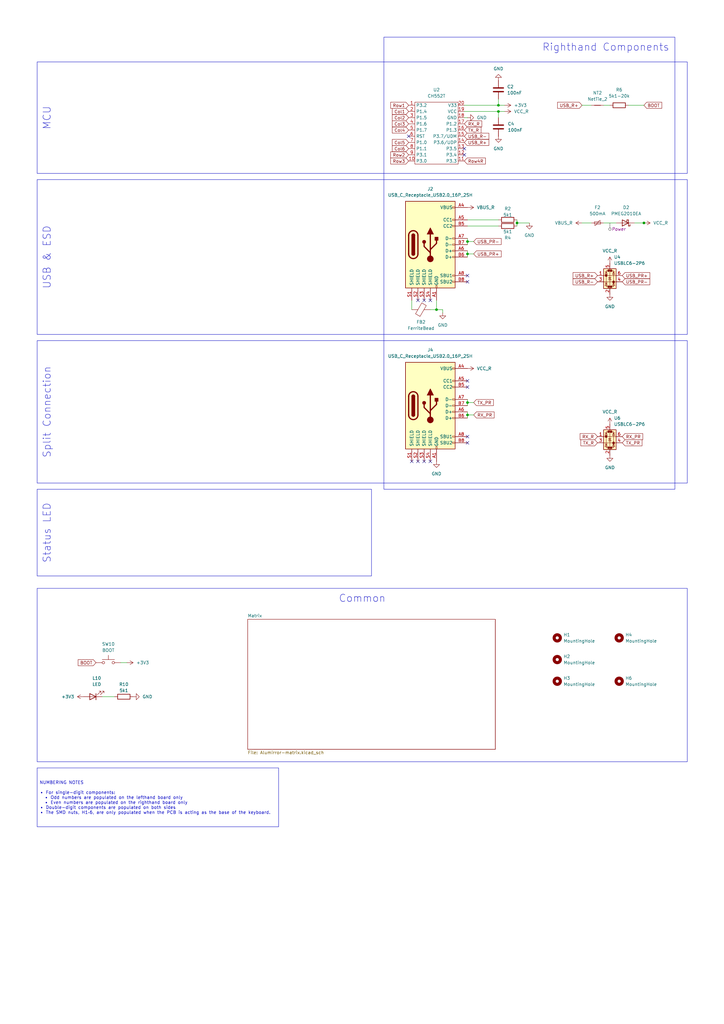
<source format=kicad_sch>
(kicad_sch (version 20231120) (generator "eeschema") (generator_version "8.0")
  (paper "A3" portrait)
  (title_block (title "Alumirror ") (rev "0.1") (company "bgkendall") (comment 1 "Split one-layer reversible keyboard PCB"))
  (lib_symbols
    (symbol "Device:C" (pin_numbers hide) (pin_names (offset 0.254))
      (property "Reference" "C" (at 0.635 2.54 0))
      (property "Value" "C" (at 0.635 -2.54 0))
      (symbol "C_0_1"
        (polyline (pts (xy -2.032 -0.762) (xy 2.032 -0.762)) (stroke (width 0.508)))
        (polyline (pts (xy -2.032 0.762) (xy 2.032 0.762)) (stroke (width 0.508)))
      )
      (symbol "C_1_1"
        (pin passive line (at 0 3.81 270) (length 2.794) (name "~") (number "1"))
        (pin passive line (at 0 -3.81 90) (length 2.794) (name "~") (number "2"))
      )
    )
    (symbol "Device:D_Schottky" (pin_numbers hide) (pin_names (offset 1.016) hide)
      (property "Reference" "D" (at 0 2.54 0))
      (property "Value" "D_Schottky" (at 0 -2.54 0))
      (symbol "D_Schottky_0_1"
        (polyline (pts (xy 1.27 0) (xy -1.27 0)))
        (polyline (pts (xy 1.27 1.27) (xy 1.27 -1.27) (xy -1.27 0) (xy 1.27 1.27)) (stroke (width 0.254)))
        (polyline (pts (xy -1.905 0.635) (xy -1.905 1.27) (xy -1.27 1.27) (xy -1.27 -1.27) (xy -0.635 -1.27) (xy -0.635 -0.635)) (stroke (width 0.254)))
      )
      (symbol "D_Schottky_1_1"
        (pin passive line (at -3.81 0 0) (length 2.54) (name "K") (number "1"))
        (pin passive line (at 3.81 0 180) (length 2.54) (name "A") (number "2"))
      )
    )
    (symbol "Device:FerriteBead" (pin_numbers hide) (pin_names (offset 0))
      (property "Reference" "FB" (at -3.81 0.635 90))
      (property "Value" "FerriteBead" (at 3.81 0 90))
      (symbol "FerriteBead_0_1"
        (polyline (pts (xy 0 -1.27) (xy 0 -1.2192)))
        (polyline (pts (xy 0 1.27) (xy 0 1.2954)))
        (polyline (pts (xy -2.7686 0.4064) (xy -1.7018 2.2606) (xy 2.7686 -0.3048) (xy 1.6764 -2.159) (xy -2.7686 0.4064)))
      )
      (symbol "FerriteBead_1_1"
        (pin passive line (at 0 3.81 270) (length 2.54) (name "~") (number "1"))
        (pin passive line (at 0 -3.81 90) (length 2.54) (name "~") (number "2"))
      )
    )
    (symbol "Device:LED" (pin_numbers hide) (pin_names (offset 1.016) hide)
      (property "Reference" "D" (at 0 2.54 0))
      (property "Value" "LED" (at 0 -2.54 0))
      (symbol "LED_0_1"
        (polyline (pts (xy -1.27 -1.27) (xy -1.27 1.27)) (stroke (width 0.254)))
        (polyline (pts (xy -1.27 0) (xy 1.27 0)))
        (polyline (pts (xy 1.27 -1.27) (xy 1.27 1.27) (xy -1.27 0) (xy 1.27 -1.27)) (stroke (width 0.254)))
        (polyline (pts (xy -3.048 -0.762) (xy -4.572 -2.286) (xy -3.81 -2.286) (xy -4.572 -2.286) (xy -4.572 -1.524)))
        (polyline (pts (xy -1.778 -0.762) (xy -3.302 -2.286) (xy -2.54 -2.286) (xy -3.302 -2.286) (xy -3.302 -1.524)))
      )
      (symbol "LED_1_1"
        (pin passive line (at -3.81 0 0) (length 2.54) (name "K") (number "1"))
        (pin passive line (at 3.81 0 180) (length 2.54) (name "A") (number "2"))
      )
    )
    (symbol "Device:NetTie_2" (pin_numbers hide) (pin_names (offset 0) hide) (in_bom no)
      (property "Reference" "NT" (at 0 1.27 0))
      (property "Value" "NetTie_2" (at 0 -1.27 0))
      (symbol "NetTie_2_0_1"
        (polyline (pts (xy -1.27 0) (xy 1.27 0)) (stroke (width 0.254)))
      )
      (symbol "NetTie_2_1_1"
        (pin passive line (at -2.54 0 0) (length 2.54) (name "1") (number "1"))
        (pin passive line (at 2.54 0 180) (length 2.54) (name "2") (number "2"))
      )
    )
    (symbol "Device:Polyfuse_Small" (pin_numbers hide) (pin_names (offset 0))
      (property "Reference" "F" (at -1.905 0 90))
      (property "Value" "Polyfuse_Small" (at 1.905 0 90))
      (symbol "Polyfuse_Small_0_1"
        (rectangle (start -0.508 1.27) (end 0.508 -1.27))
        (polyline (pts (xy 0 2.54) (xy 0 -2.54)))
        (polyline (pts (xy -1.016 1.27) (xy -1.016 0.762) (xy 1.016 -0.762) (xy 1.016 -1.27)))
      )
      (symbol "Polyfuse_Small_1_1"
        (pin passive line (at 0 2.54 270) (length 0.635) (name "~") (number "1"))
        (pin passive line (at 0 -2.54 90) (length 0.635) (name "~") (number "2"))
      )
    )
    (symbol "Device:R" (pin_numbers hide) (pin_names (offset 0))
      (property "Reference" "R" (at 2.032 0 90))
      (property "Value" "R" (at 0 0 90))
      (symbol "R_0_1"
        (rectangle (start -1.016 -2.54) (end 1.016 2.54) (stroke (width 0.254)))
      )
      (symbol "R_1_1"
        (pin passive line (at 0 3.81 270) (length 1.27) (name "~") (number "1"))
        (pin passive line (at 0 -3.81 90) (length 1.27) (name "~") (number "2"))
      )
    )
    (symbol "Mechanical:MountingHole" (pin_names (offset 1.016)) (exclude_from_sim yes) (in_bom no)
      (property "Reference" "H" (at 0 5.08 0))
      (property "Value" "MountingHole" (at 0 3.175 0))
      (symbol "MountingHole_0_1"
        (circle (center 0 0) (radius 1.27) (stroke (width 1.27)))
      )
    )
    (symbol "Power_Protection:USBLC6-2P6" (pin_names hide)
      (property "Reference" "U" (at 0.635 5.715 0))
      (property "Value" "USBLC6-2P6" (at 0.635 3.81 0))
      (symbol "USBLC6-2P6_0_0"
        (circle (center -1.524 0) (radius 0.0001) (stroke (width 0.508)))
        (circle (center -0.508 -4.572) (radius 0.0001) (stroke (width 0.508)))
        (circle (center -0.508 2.032) (radius 0.0001) (stroke (width 0.508)))
        (circle (center 0.508 -4.572) (radius 0.0001) (stroke (width 0.508)))
        (circle (center 0.508 2.032) (radius 0.0001) (stroke (width 0.508)))
        (circle (center 1.524 -2.54) (radius 0.0001) (stroke (width 0.508)))
      )
      (symbol "USBLC6-2P6_0_1"
        (polyline (pts (xy -2.54 -2.54) (xy 2.54 -2.54)))
        (polyline (pts (xy -2.54 0) (xy 2.54 0)))
        (polyline (pts (xy -2.032 -3.048) (xy -1.016 -3.048)))
        (polyline (pts (xy -1.016 1.524) (xy -2.032 1.524)))
        (polyline (pts (xy 1.016 -3.048) (xy 2.032 -3.048)))
        (polyline (pts (xy 1.016 1.524) (xy 2.032 1.524)))
        (polyline (pts (xy -0.508 -1.143) (xy -0.508 -0.762) (xy 0.508 -0.762)))
        (polyline (pts (xy -2.032 0.508) (xy -1.016 0.508) (xy -1.524 1.524) (xy -2.032 0.508)))
        (polyline (pts (xy -1.016 -4.064) (xy -2.032 -4.064) (xy -1.524 -3.048) (xy -1.016 -4.064)))
        (polyline (pts (xy 0.508 -1.778) (xy -0.508 -1.778) (xy 0 -0.762) (xy 0.508 -1.778)))
        (polyline (pts (xy 2.032 -4.064) (xy 1.016 -4.064) (xy 1.524 -3.048) (xy 2.032 -4.064)))
        (polyline (pts (xy 2.032 0.508) (xy 1.016 0.508) (xy 1.524 1.524) (xy 2.032 0.508)))
        (polyline (pts (xy 0 2.54) (xy -0.508 2.032) (xy 0.508 2.032) (xy 0 1.524) (xy 0 -4.064) (xy -0.508 -4.572) (xy 0.508 -4.572) (xy 0 -5.08)))
      )
      (symbol "USBLC6-2P6_1_1"
        (rectangle (start -2.54 2.794) (end 2.54 -5.334) (stroke (width 0.254)) (fill (type background)))
        (polyline (pts (xy -0.508 2.032) (xy -1.524 2.032) (xy -1.524 -4.572) (xy -0.508 -4.572)))
        (polyline (pts (xy 0.508 -4.572) (xy 1.524 -4.572) (xy 1.524 2.032) (xy 0.508 2.032)))
        (pin passive line (at -5.08 0 0) (length 2.54) (name "I/O1") (number "1"))
        (pin passive line (at 0 -7.62 90) (length 2.54) (name "GND") (number "2"))
        (pin passive line (at -5.08 -2.54 0) (length 2.54) (name "I/O2") (number "3"))
        (pin passive line (at 5.08 -2.54 180) (length 2.54) (name "I/O2") (number "4"))
        (pin passive line (at 0 5.08 270) (length 2.54) (name "VBUS") (number "5"))
        (pin passive line (at 5.08 0 180) (length 2.54) (name "I/O1") (number "6"))
      )
    )
    (symbol "Project Library:MCU_CH552T_TSSOP-20"
      (property "Reference" "U1" (at 0.254 13.97 0))
      (property "Value" "CH552T" (at 0.254 11.43 0))
      (symbol "MCU_CH552T_TSSOP-20_0_1"
        (rectangle (start -8.89 10.16) (end 8.89 -15.24))
      )
      (symbol "MCU_CH552T_TSSOP-20_1_1"
        (pin input line (at -11.43 8.89 0) (length 2.54) (name "P3.2") (number "1"))
        (pin input line (at -11.43 -13.97 0) (length 2.54) (name "P3.0") (number "10"))
        (pin input line (at 11.43 -13.97 180) (length 2.54) (name "P3.3") (number "11"))
        (pin input line (at 11.43 -11.43 180) (length 2.54) (name "P3.4") (number "12"))
        (pin input line (at 11.43 -8.89 180) (length 2.54) (name "P3.5") (number "13"))
        (pin input line (at 11.43 -6.35 180) (length 2.54) (name "P3.6/UDP") (number "14"))
        (pin input line (at 11.43 -3.81 180) (length 2.54) (name "P3.7/UDM") (number "15"))
        (pin input line (at 11.43 -1.27 180) (length 2.54) (name "P1.3") (number "16"))
        (pin input line (at 11.43 1.27 180) (length 2.54) (name "P1.2") (number "17"))
        (pin input line (at 11.43 3.81 180) (length 2.54) (name "GND") (number "18"))
        (pin input line (at 11.43 6.35 180) (length 2.54) (name "VCC") (number "19"))
        (pin input line (at -11.43 6.35 0) (length 2.54) (name "P1.4") (number "2"))
        (pin input line (at 11.43 8.89 180) (length 2.54) (name "V33") (number "20"))
        (pin input line (at -11.43 3.81 0) (length 2.54) (name "P1.5") (number "3"))
        (pin input line (at -11.43 1.27 0) (length 2.54) (name "P1.6") (number "4"))
        (pin input line (at -11.43 -1.27 0) (length 2.54) (name "P1.7") (number "5"))
        (pin input line (at -11.43 -3.81 0) (length 2.54) (name "RST") (number "6"))
        (pin input line (at -11.43 -6.35 0) (length 2.54) (name "P1.0") (number "7"))
        (pin input line (at -11.43 -8.89 0) (length 2.54) (name "P1.1") (number "8"))
        (pin input line (at -11.43 -11.43 0) (length 2.54) (name "P3.1") (number "9"))
      )
    )
    (symbol "Project Library:USB_C_Receptacle_USB2.0_16P_2SH" (pin_names (offset 1.016))
      (property "Reference" "J" (at 0 22.225 0))
      (property "Value" "USB_C_Receptacle_USB2.0_16P_2SH" (at 0 19.685 0))
      (symbol "USB_C_Receptacle_USB2.0_16P_2SH_0_0"
        (rectangle (start 2.286 -17.78) (end 2.794 -16.764))
        (rectangle (start 10.16 -14.986) (end 9.144 -15.494))
        (rectangle (start 10.16 -12.446) (end 9.144 -12.954))
        (rectangle (start 10.16 -4.826) (end 9.144 -5.334))
        (rectangle (start 10.16 -2.286) (end 9.144 -2.794))
        (rectangle (start 10.16 0.254) (end 9.144 -0.254))
        (rectangle (start 10.16 2.794) (end 9.144 2.286))
        (rectangle (start 10.16 7.874) (end 9.144 7.366))
        (rectangle (start 10.16 10.414) (end 9.144 9.906))
        (rectangle (start 10.16 15.494) (end 9.144 14.986))
      )
      (symbol "USB_C_Receptacle_USB2.0_16P_2SH_0_1"
        (rectangle (start -10.16 17.78) (end 10.16 -17.78) (stroke (width 0.254)) (fill (type background)))
        (arc (start -8.89 -3.81) (mid -6.985 -5.7067) (end -5.08 -3.81) (stroke (width 0.508)))
        (arc (start -7.62 -3.81) (mid -6.985 -4.4423) (end -6.35 -3.81) (stroke (width 0.254)))
        (arc (start -7.62 -3.81) (mid -6.985 -4.4423) (end -6.35 -3.81) (stroke (width 0.254)) (fill (type outline)))
        (rectangle (start -7.62 -3.81) (end -6.35 3.81) (stroke (width 0.254)) (fill (type outline)))
        (arc (start -6.35 3.81) (mid -6.985 4.4423) (end -7.62 3.81) (stroke (width 0.254)))
        (arc (start -6.35 3.81) (mid -6.985 4.4423) (end -7.62 3.81) (stroke (width 0.254)) (fill (type outline)))
        (arc (start -5.08 3.81) (mid -6.985 5.7067) (end -8.89 3.81) (stroke (width 0.508)))
        (circle (center -2.54 1.143) (radius 0.635) (stroke (width 0.254)) (fill (type outline)))
        (circle (center 0 -5.842) (radius 1.27) (fill (type outline)))
        (polyline (pts (xy -8.89 -3.81) (xy -8.89 3.81)) (stroke (width 0.508)))
        (polyline (pts (xy -5.08 3.81) (xy -5.08 -3.81)) (stroke (width 0.508)))
        (polyline (pts (xy 0 -5.842) (xy 0 4.318)) (stroke (width 0.508)))
        (polyline (pts (xy 0 -3.302) (xy -2.54 -0.762) (xy -2.54 0.508)) (stroke (width 0.508)))
        (polyline (pts (xy 0 -2.032) (xy 2.54 0.508) (xy 2.54 1.778)) (stroke (width 0.508)))
        (polyline (pts (xy -1.27 4.318) (xy 0 6.858) (xy 1.27 4.318) (xy -1.27 4.318)) (stroke (width 0.254)) (fill (type outline)))
        (rectangle (start 1.905 1.778) (end 3.175 3.048) (stroke (width 0.254)) (fill (type outline)))
      )
      (symbol "USB_C_Receptacle_USB2.0_16P_2SH_1_1"
        (pin passive line (at 2.54 -22.86 90) (length 5.08) (name "GND") (number "A1"))
        (pin passive line (at 2.54 -22.86 90) (length 5.08) hide (name "GND") (number "A12"))
        (pin passive line (at 15.24 15.24 180) (length 5.08) (name "VBUS") (number "A4"))
        (pin bidirectional line (at 15.24 10.16 180) (length 5.08) (name "CC1") (number "A5"))
        (pin bidirectional line (at 15.24 -2.54 180) (length 5.08) (name "D+") (number "A6"))
        (pin bidirectional line (at 15.24 2.54 180) (length 5.08) (name "D-") (number "A7"))
        (pin bidirectional line (at 15.24 -12.7 180) (length 5.08) (name "SBU1") (number "A8"))
        (pin passive line (at 15.24 15.24 180) (length 5.08) hide (name "VBUS") (number "A9"))
        (pin passive line (at 2.54 -22.86 90) (length 5.08) hide (name "GND") (number "B1"))
        (pin passive line (at 2.54 -22.86 90) (length 5.08) hide (name "GND") (number "B12"))
        (pin passive line (at 15.24 15.24 180) (length 5.08) hide (name "VBUS") (number "B4"))
        (pin bidirectional line (at 15.24 7.62 180) (length 5.08) (name "CC2") (number "B5"))
        (pin bidirectional line (at 15.24 -5.08 180) (length 5.08) (name "D+") (number "B6"))
        (pin bidirectional line (at 15.24 0 180) (length 5.08) (name "D-") (number "B7"))
        (pin bidirectional line (at 15.24 -15.24 180) (length 5.08) (name "SBU2") (number "B8"))
        (pin passive line (at 15.24 15.24 180) (length 5.08) hide (name "VBUS") (number "B9"))
        (pin passive line (at -7.62 -22.86 90) (length 5.08) (name "SHIELD") (number "S1"))
        (pin passive line (at -5.08 -22.86 90) (length 5.08) (name "SHIELD") (number "S2"))
        (pin passive line (at -2.54 -22.86 90) (length 5.08) (name "SHIELD") (number "S3"))
        (pin passive line (at 0 -22.86 90) (length 5.08) (name "SHIELD") (number "S4"))
      )
    )
    (symbol "Switch:SW_Push" (pin_numbers hide) (pin_names (offset 1.016) hide)
      (property "Reference" "SW" (at 1.27 2.54 0))
      (property "Value" "SW_Push" (at 0 -1.524 0))
      (symbol "SW_Push_0_1"
        (circle (center -2.032 0) (radius 0.508))
        (polyline (pts (xy 0 1.27) (xy 0 3.048)))
        (polyline (pts (xy 2.54 1.27) (xy -2.54 1.27)))
        (circle (center 2.032 0) (radius 0.508))
        (pin passive line (at -5.08 0 0) (length 2.54) (name "1") (number "1"))
        (pin passive line (at 5.08 0 180) (length 2.54) (name "2") (number "2"))
      )
    )
    (symbol "power:+3V3" (power) (pin_names (offset 0))
      (property "Value" "+3V3" (at 0 3.556 0))
      (symbol "+3V3_0_1"
        (polyline (pts (xy -0.762 1.27) (xy 0 2.54)))
        (polyline (pts (xy 0 0) (xy 0 2.54)))
        (polyline (pts (xy 0 2.54) (xy 0.762 1.27)))
      )
      (symbol "+3V3_1_1"
        (pin power_in line (at 0 0 90) (length 0) hide (name "+3V3") (number "1"))
      )
    )
    (symbol "power:GND" (power) (pin_numbers hide) (pin_names (offset 0) hide)
      (property "Value" "GND" (at 0 -3.81 0))
      (symbol "GND_0_1"
        (polyline (pts (xy 0 0) (xy 0 -1.27) (xy 1.27 -1.27) (xy 0 -2.54) (xy -1.27 -1.27) (xy 0 -1.27)))
      )
      (symbol "GND_1_1"
        (pin power_in line (at 0 0 270) (length 0) (name "~") (number "1"))
      )
    )
    (symbol "power:VBUS" (power) (pin_names (offset 0))
      (property "Value" "VBUS" (at 0 3.81 0))
      (symbol "VBUS_0_1"
        (polyline (pts (xy -0.762 1.27) (xy 0 2.54)))
        (polyline (pts (xy 0 0) (xy 0 2.54)))
        (polyline (pts (xy 0 2.54) (xy 0.762 1.27)))
      )
      (symbol "VBUS_1_1"
        (pin power_in line (at 0 0 90) (length 0) hide (name "VBUS") (number "1"))
      )
    )
    (symbol "power:VCC" (power) (pin_names (offset 0))
      (property "Value" "VCC" (at 0 3.81 0))
      (symbol "VCC_0_1"
        (polyline (pts (xy -0.762 1.27) (xy 0 2.54)))
        (polyline (pts (xy 0 0) (xy 0 2.54)))
        (polyline (pts (xy 0 2.54) (xy 0.762 1.27)))
      )
      (symbol "VCC_1_1"
        (pin power_in line (at 0 0 90) (length 0) hide (name "VCC") (number "1"))
      )
    )
  )
  (junction (at 179.07 127))
  (junction (at 191.77 170.18))
  (junction (at 264.16 91.44))
  (junction (at 204.47 45.72))
  (junction (at 191.77 104.14))
  (junction (at 204.47 43.18))
  (junction (at 212.09 91.44))
  (junction (at 191.77 165.1))
  (junction (at 191.77 99.06))
  (no_connect (at 190.5 60.96))
  (no_connect (at 173.99 189.23))
  (no_connect (at 168.91 189.23))
  (no_connect (at 176.53 123.19))
  (no_connect (at 171.45 189.23))
  (no_connect (at 191.77 181.61))
  (no_connect (at 191.77 158.75))
  (no_connect (at 167.64 55.88))
  (no_connect (at 176.53 189.23))
  (no_connect (at 190.5 63.5))
  (no_connect (at 191.77 156.21))
  (no_connect (at 171.45 123.19))
  (no_connect (at 191.77 115.57))
  (no_connect (at 191.77 179.07))
  (no_connect (at 191.77 113.03))
  (no_connect (at 173.99 123.19))
  (wire (pts (xy 204.47 45.72) (xy 207.01 45.72)))
  (wire (pts (xy 204.47 92.71) (xy 191.77 92.71)))
  (wire (pts (xy 191.77 170.18) (xy 191.77 171.45)))
  (wire (pts (xy 191.77 163.83) (xy 191.77 165.1)))
  (wire (pts (xy 194.31 170.18) (xy 191.77 170.18)))
  (wire (pts (xy 217.17 91.44) (xy 212.09 91.44)))
  (wire (pts (xy 181.61 127) (xy 179.07 127)))
  (wire (pts (xy 247.65 91.44) (xy 252.73 91.44)))
  (wire (pts (xy 52.07 271.78) (xy 49.53 271.78)))
  (wire (pts (xy 190.5 45.72) (xy 204.47 45.72)))
  (wire (pts (xy 168.91 127) (xy 168.91 123.19)))
  (wire (pts (xy 264.16 43.18) (xy 257.81 43.18)))
  (wire (pts (xy 212.09 91.44) (xy 212.09 92.71)))
  (wire (pts (xy 190.5 48.26) (xy 191.77 48.26)))
  (wire (pts (xy 204.47 43.18) (xy 207.01 43.18)))
  (wire (pts (xy 194.31 99.06) (xy 191.77 99.06)))
  (wire (pts (xy 179.07 127) (xy 176.53 127)))
  (wire (pts (xy 238.76 43.18) (xy 242.57 43.18)))
  (wire (pts (xy 191.77 168.91) (xy 191.77 170.18)))
  (wire (pts (xy 204.47 48.26) (xy 204.47 45.72)))
  (wire (pts (xy 204.47 40.64) (xy 204.47 43.18)))
  (wire (pts (xy 190.5 43.18) (xy 204.47 43.18)))
  (wire (pts (xy 41.91 285.75) (xy 46.99 285.75)))
  (wire (pts (xy 191.77 102.87) (xy 191.77 104.14)))
  (wire (pts (xy 204.47 90.17) (xy 191.77 90.17)))
  (wire (pts (xy 194.31 104.14) (xy 191.77 104.14)))
  (wire (pts (xy 260.35 91.44) (xy 264.16 91.44)))
  (wire (pts (xy 247.65 43.18) (xy 250.19 43.18)))
  (wire (pts (xy 191.77 104.14) (xy 191.77 105.41)))
  (wire (pts (xy 181.61 127) (xy 181.61 128.27)))
  (wire (pts (xy 191.77 99.06) (xy 191.77 100.33)))
  (wire (pts (xy 238.76 91.44) (xy 242.57 91.44)))
  (wire (pts (xy 191.77 97.79) (xy 191.77 99.06)))
  (wire (pts (xy 191.77 165.1) (xy 191.77 166.37)))
  (wire (pts (xy 179.07 123.19) (xy 179.07 127)))
  (wire (pts (xy 264.16 91.44) (xy 264.668 91.44)))
  (wire (pts (xy 212.09 90.17) (xy 212.09 91.44)))
  (wire (pts (xy 194.31 165.1) (xy 191.77 165.1)))
  (text_box "MCU" (at 15.24 25.4 90) (size 266.7 45.72) (effects (font (size 3 3)) (justify top)))
  (text_box "Common" (at 15.24 241.3 0) (size 266.7 71.12) (effects (font (size 3 3)) (justify top)))
  (text_box "NUMBERING NOTES\n\n• For single-digit components:\n  • Odd numbers are populated on the lefthand board only\n  • Even numbers are populated on the righthand board only\n• Double-digit components are populated on both sides\n• The SMD nuts, H1–6, are only populated when the PCB is acting as the base of the keyboard." (at 15.24 314.96 0) (size 99.06 24.13) (effects (font (size 1.27 1.27)) (justify left)))
  (text_box "Split Connection" (at 15.24 139.7 90) (size 266.7 58.42) (effects (font (size 3 3)) (justify top)))
  (text_box "Righthand Components" (at 157.48 15.24 0) (size 119.38 185.42) (effects (font (size 3 3)) (justify right top)))
  (text_box "USB & ESD" (at 15.24 73.66 90) (size 266.7 63.5) (effects (font (size 3 3)) (justify top)))
  (text_box "Status LED" (at 15.24 200.66 90) (size 137.16 35.56) (effects (font (size 3 3)) (justify top)))
  (global_label "USB_R-" (shape input) (at 190.5 55.88 0) (property "Intersheetrefs" "${INTERSHEET_REFS}" (effects (hide yes))))
  (global_label "RX_PR" (shape input) (at 255.27 179.07 0) (property "Intersheetrefs" "${INTERSHEET_REFS}" (effects (hide yes))))
  (global_label "BOOT" (shape input) (at 264.16 43.18 0) (property "Intersheetrefs" "${INTERSHEET_REFS}" (effects (hide yes))))
  (global_label "TX_R" (shape input) (at 190.5 53.34 0) (property "Intersheetrefs" "${INTERSHEET_REFS}" (effects (hide yes))))
  (global_label "RX_R" (shape input) (at 245.11 179.07 180) (property "Intersheetrefs" "${INTERSHEET_REFS}" (effects (hide yes))))
  (global_label "TX_PR" (shape input) (at 255.27 181.61 0) (property "Intersheetrefs" "${INTERSHEET_REFS}" (effects (hide yes))))
  (global_label "USB_PR-" (shape input) (at 194.31 99.06 0) (property "Intersheetrefs" "${INTERSHEET_REFS}" (effects (hide yes))))
  (global_label "Col2" (shape input) (at 167.64 48.26 180) (property "Intersheetrefs" "${INTERSHEET_REFS}" (effects (hide yes))))
  (global_label "USB_PR-" (shape input) (at 255.27 115.57 0) (property "Intersheetrefs" "${INTERSHEET_REFS}" (effects (hide yes))))
  (global_label "USB_PR+" (shape input) (at 255.27 113.03 0) (property "Intersheetrefs" "${INTERSHEET_REFS}" (effects (hide yes))))
  (global_label "USB_R+" (shape input) (at 190.5 58.42 0) (property "Intersheetrefs" "${INTERSHEET_REFS}" (effects (hide yes))))
  (global_label "Col3" (shape input) (at 167.64 50.8 180) (property "Intersheetrefs" "${INTERSHEET_REFS}" (effects (hide yes))))
  (global_label "Row4R" (shape input) (at 190.5 66.04 0) (property "Intersheetrefs" "${INTERSHEET_REFS}" (effects (hide yes))))
  (global_label "Col5" (shape input) (at 167.64 58.42 180) (property "Intersheetrefs" "${INTERSHEET_REFS}" (effects (hide yes))))
  (global_label "USB_R+" (shape input) (at 238.76 43.18 180) (property "Intersheetrefs" "${INTERSHEET_REFS}" (effects (hide yes))))
  (global_label "USB_PR+" (shape input) (at 194.31 104.14 0) (property "Intersheetrefs" "${INTERSHEET_REFS}" (effects (hide yes))))
  (global_label "Row2" (shape input) (at 167.64 63.5 180) (property "Intersheetrefs" "${INTERSHEET_REFS}" (effects (hide yes))))
  (global_label "Row3" (shape input) (at 167.64 66.04 180) (property "Intersheetrefs" "${INTERSHEET_REFS}" (effects (hide yes))))
  (global_label "USB_R+" (shape input) (at 245.11 113.03 180) (property "Intersheetrefs" "${INTERSHEET_REFS}" (effects (hide yes))))
  (global_label "Col1" (shape input) (at 167.64 45.72 180) (property "Intersheetrefs" "${INTERSHEET_REFS}" (effects (hide yes))))
  (global_label "RX_PR" (shape input) (at 194.31 170.18 0) (property "Intersheetrefs" "${INTERSHEET_REFS}" (effects (hide yes))))
  (global_label "USB_R-" (shape input) (at 245.11 115.57 180) (property "Intersheetrefs" "${INTERSHEET_REFS}" (effects (hide yes))))
  (global_label "TX_PR" (shape input) (at 194.31 165.1 0) (property "Intersheetrefs" "${INTERSHEET_REFS}" (effects (hide yes))))
  (global_label "BOOT" (shape input) (at 39.37 271.78 180) (property "Intersheetrefs" "${INTERSHEET_REFS}" (effects (hide yes))))
  (global_label "Row1" (shape input) (at 167.64 43.18 180) (property "Intersheetrefs" "${INTERSHEET_REFS}" (effects (hide yes))))
  (global_label "Col6" (shape input) (at 167.64 60.96 180) (property "Intersheetrefs" "${INTERSHEET_REFS}" (effects (hide yes))))
  (global_label "RX_R" (shape input) (at 190.5 50.8 0) (property "Intersheetrefs" "${INTERSHEET_REFS}" (effects (hide yes))))
  (global_label "TX_R" (shape input) (at 245.11 181.61 180) (property "Intersheetrefs" "${INTERSHEET_REFS}" (effects (hide yes))))
  (global_label "Col4" (shape input) (at 167.64 53.34 180) (property "Intersheetrefs" "${INTERSHEET_REFS}" (effects (hide yes))))
  (netclass_flag "" (length 2.54) (shape round) (at 250.19 91.44 180) (property "Netclass" "Power" (at 250.8885 93.98 0) (effects (font (italic yes)) (justify left))))
  (symbol (lib_id "Project Library:USB_C_Receptacle_USB2.0_16P_2SH") (at 176.53 100.33 0) (unit 1)
    (property "Reference" "J2" (at 176.53 77.47 0))
    (property "Value" "USB_C_Receptacle_USB2.0_16P_2SH" (at 176.53 80.01 0))
    (property "Footprint" "Project Library:USB_C_Receptacle_HRO_TYPE-C-31-M-12" (effects (hide yes)))
    (property "Datasheet" "https://www.usb.org/sites/default/files/documents/usb_type-c.zip" (effects (hide yes)))
    (property "Description" "USB 2.0-only 16P Type-C Receptacle connector" (effects (hide yes)))
  )
  (symbol (lib_id "Project Library:USB_C_Receptacle_USB2.0_16P_2SH") (at 176.53 166.37 0) (unit 1)
    (property "Reference" "J4" (at 176.53 143.51 0))
    (property "Value" "USB_C_Receptacle_USB2.0_16P_2SH" (at 176.53 146.05 0))
    (property "Footprint" "Project Library:USB_C_Receptacle_HRO_TYPE-C-31-M-12" (effects (hide yes)))
    (property "Datasheet" "https://www.usb.org/sites/default/files/documents/usb_type-c.zip" (effects (hide yes)))
    (property "Description" "USB 2.0-only 16P Type-C Receptacle connector" (effects (hide yes)))
  )
  (symbol (lib_id "Power_Protection:USBLC6-2P6") (at 250.19 179.07 0) (unit 1)
    (property "Reference" "U6" (at 251.8411 171.45 0) (effects (justify left)))
    (property "Value" "USBLC6-2P6" (at 251.8411 173.99 0) (effects (justify left)))
    (property "Footprint" "Project Library:SOT-666_Mod" (effects (hide yes)))
    (property "Datasheet" "https://www.st.com/resource/en/datasheet/usblc6-2.pdf" (effects (hide yes)))
    (property "Description" "Very low capacitance ESD protection diode, 2 data-line, SOT-666" (effects (hide yes)))
  )
  (symbol (lib_id "Mechanical:MountingHole") (at 228.6 270.51 0) (unit 1) (exclude_from_sim yes) (in_bom no)
    (property "Reference" "H2" (at 231.14 269.2399 0) (effects (justify left)))
    (property "Value" "MountingHole" (at 231.14 271.7799 0) (effects (justify left)))
    (property "Footprint" "Project Library:MountingHole_2.2mm_M2_SMD_Solder_Nut" (effects (hide yes)))
    (property "Description" "Mounting Hole without connection" (effects (hide yes)))
  )
  (symbol (lib_id "Mechanical:MountingHole") (at 228.6 261.62 0) (unit 1) (exclude_from_sim yes) (in_bom no)
    (property "Reference" "H1" (at 231.14 260.3499 0) (effects (justify left)))
    (property "Value" "MountingHole" (at 231.14 262.8899 0) (effects (justify left)))
    (property "Footprint" "Project Library:MountingHole_2.2mm_M2_SMD_Solder_Nut" (effects (hide yes)))
    (property "Description" "Mounting Hole without connection" (effects (hide yes)))
  )
  (symbol (lib_id "Mechanical:MountingHole") (at 228.6 279.4 0) (unit 1) (exclude_from_sim yes) (in_bom no)
    (property "Reference" "H3" (at 231.14 278.1299 0) (effects (justify left)))
    (property "Value" "MountingHole" (at 231.14 280.6699 0) (effects (justify left)))
    (property "Footprint" "Project Library:MountingHole_2.2mm_M2_SMD_Solder_Nut" (effects (hide yes)))
    (property "Description" "Mounting Hole without connection" (effects (hide yes)))
  )
  (symbol (lib_id "Device:LED") (at 38.1 285.75 180) (unit 1)
    (property "Reference" "L10" (at 39.6875 278.13 0))
    (property "Value" "LED" (at 39.6875 280.67 0))
    (property "Footprint" "Project Library:LED_0805_2012Metric_Mod" (effects (hide yes)))
    (property "Description" "Light emitting diode" (effects (hide yes)))
  )
  (symbol (lib_id "Device:C") (at 204.47 36.83 180) (unit 1)
    (property "Reference" "C2" (at 208.026 35.56 0) (effects (justify right)))
    (property "Value" "100nF" (at 208.026 38.1 0) (effects (justify right)))
    (property "Footprint" "Capacitor_SMD:C_0603_1608Metric" (effects (hide yes)))
    (property "LCSC" "C66501" (effects (hide yes)))
    (property "DigiKey" "1276-1005" (effects (hide yes)))
  )
  (symbol (lib_id "power:GND") (at 204.47 55.88 0) (unit 1)
    (property "Reference" "#PWR030" (effects (hide yes)))
    (property "Value" "GND" (at 204.47 60.96 0))
  )
  (symbol (lib_id "power:GND") (at 250.19 186.69 0) (unit 1)
    (property "Reference" "#PWR032" (effects (hide yes)))
    (property "Value" "GND" (at 250.19 191.77 0))
    (property "Description" "Power symbol creates a global label with name \"GND\" , ground" (effects (hide yes)))
  )
  (symbol (lib_id "power:VCC") (at 264.16 91.44 270) (unit 1)
    (property "Reference" "#PWR035" (effects (hide yes)))
    (property "Value" "VCC_R" (at 267.97 91.4399 90) (effects (justify left)))
  )
  (symbol (lib_id "power:GND") (at 204.47 33.02 180) (unit 1)
    (property "Reference" "#PWR026" (effects (hide yes)))
    (property "Value" "GND" (at 204.47 28.194 0))
  )
  (symbol (lib_id "power:GND") (at 179.07 189.23 0) (unit 1)
    (property "Reference" "#PWR033" (effects (hide yes)))
    (property "Value" "GND" (at 179.07 194.31 0))
    (property "Description" "Power symbol creates a global label with name \"GND\" , ground" (effects (hide yes)))
  )
  (symbol (lib_id "Device:FerriteBead") (at 172.72 127 90) (unit 1)
    (property "Reference" "FB2" (at 172.72 132.08 90))
    (property "Value" "FerriteBead" (at 172.72 134.62 90))
    (property "Footprint" "Inductor_SMD:L_0805_2012Metric" (effects (hide yes)))
    (property "Description" "Ferrite bead" (effects (hide yes)))
  )
  (symbol (lib_id "Device:C") (at 204.47 52.07 0) (unit 1)
    (property "Reference" "C4" (at 208.28 50.7999 0) (effects (justify left)))
    (property "Value" "100nF" (at 208.28 53.3399 0) (effects (justify left)))
    (property "Footprint" "Capacitor_SMD:C_0603_1608Metric" (effects (hide yes)))
    (property "LCSC" "C66501" (effects (hide yes)))
    (property "DigiKey" "1276-1005" (effects (hide yes)))
  )
  (symbol (lib_id "Mechanical:MountingHole") (at 254 279.4 0) (unit 1) (exclude_from_sim yes) (in_bom no)
    (property "Reference" "H6" (at 256.54 278.1299 0) (effects (justify left)))
    (property "Value" "MountingHole" (at 256.54 280.6699 0) (effects (justify left)))
    (property "Footprint" "Project Library:MountingHole_2.2mm_M2_SMD_Solder_Nut" (effects (hide yes)))
    (property "Description" "Mounting Hole without connection" (effects (hide yes)))
  )
  (symbol (lib_id "power:GND") (at 191.77 48.26 90) (unit 1)
    (property "Reference" "#PWR029" (effects (hide yes)))
    (property "Value" "GND" (at 195.58 48.2599 90) (effects (justify right)))
    (property "Description" "Power symbol creates a global label with name \"GND\" , ground" (effects (hide yes)))
  )
  (symbol (lib_id "Device:R") (at 208.28 90.17 90) (unit 1)
    (property "Reference" "R2" (at 208.28 85.598 90))
    (property "Value" "5k1" (at 208.28 88.138 90))
    (property "Footprint" "Resistor_SMD:R_0603_1608Metric" (effects (hide yes)))
    (property "LCSC" "C23186" (effects (hide yes)))
    (property "DigiKey" "311-5.10KHR" (effects (hide yes)))
  )
  (symbol (lib_id "power:VCC") (at 250.19 173.99 0) (unit 1)
    (property "Reference" "#PWR031" (effects (hide yes)))
    (property "Value" "VCC_R" (at 250.19 168.91 0))
  )
  (symbol (lib_id "power:+3V3") (at 52.07 271.78 270) (unit 1)
    (property "Reference" "#PWR010" (effects (hide yes)))
    (property "Value" "+3V3" (at 55.88 271.7799 90) (effects (justify left)))
  )
  (symbol (lib_id "Device:Polyfuse_Small") (at 245.11 91.44 90) (unit 1)
    (property "Reference" "F2" (at 245.11 85.09 90))
    (property "Value" "500mA" (at 245.11 87.63 90))
    (property "Footprint" "Fuse:Fuse_0603_1608Metric" (effects (hide yes)))
    (property "LCSC" "C210357" (effects (hide yes)))
    (property "DigiKey" "MF-FSMF050X" (effects (hide yes)))
  )
  (symbol (lib_id "power:VBUS") (at 191.77 85.09 270) (unit 1)
    (property "Reference" "#PWR023" (effects (hide yes)))
    (property "Value" "VBUS_R" (at 195.58 85.0899 90) (effects (justify left)))
  )
  (symbol (lib_id "power:VCC") (at 250.19 107.95 0) (unit 1)
    (property "Reference" "#PWR036" (effects (hide yes)))
    (property "Value" "VCC_R" (at 250.19 102.87 0))
  )
  (symbol (lib_id "power:VBUS") (at 238.76 91.44 90) (unit 1)
    (property "Reference" "#PWR034" (effects (hide yes)))
    (property "Value" "VBUS_R" (at 234.95 91.4399 90) (effects (justify left)))
  )
  (symbol (lib_id "power:VCC") (at 34.29 285.75 90) (unit 1)
    (property "Reference" "#PWR020" (effects (hide yes)))
    (property "Value" "+3V3" (at 30.48 285.7499 90) (effects (justify left)))
  )
  (symbol (lib_id "power:VCC") (at 207.01 45.72 270) (unit 1)
    (property "Reference" "#PWR028" (effects (hide yes)))
    (property "Value" "VCC_R" (at 210.82 45.7199 90) (effects (justify left)))
  )
  (symbol (lib_id "Device:R") (at 208.28 92.71 90) (mirror x) (unit 1)
    (property "Reference" "R4" (at 208.28 97.536 90))
    (property "Value" "5k1" (at 208.28 94.996 90))
    (property "Footprint" "Resistor_SMD:R_0603_1608Metric" (effects (hide yes)))
    (property "LCSC" "C23186" (effects (hide yes)))
    (property "DigiKey" "311-5.10KHR" (effects (hide yes)))
  )
  (symbol (lib_id "Power_Protection:USBLC6-2P6") (at 250.19 113.03 0) (unit 1)
    (property "Reference" "U4" (at 251.8411 105.41 0) (effects (justify left)))
    (property "Value" "USBLC6-2P6" (at 251.8411 107.95 0) (effects (justify left)))
    (property "Footprint" "Project Library:SOT-666_Mod" (effects (hide yes)))
    (property "Datasheet" "https://www.st.com/resource/en/datasheet/usblc6-2.pdf" (effects (hide yes)))
    (property "Description" "Very low capacitance ESD protection diode, 2 data-line, SOT-666" (effects (hide yes)))
  )
  (symbol (lib_id "power:GND") (at 54.61 285.75 90) (unit 1)
    (property "Reference" "#PWR021" (effects (hide yes)))
    (property "Value" "GND" (at 58.42 285.7499 90) (effects (justify right)))
    (property "Description" "Power symbol creates a global label with name \"GND\" , ground" (effects (hide yes)))
  )
  (symbol (lib_id "power:VCC") (at 191.77 151.13 270) (unit 1)
    (property "Reference" "#PWR022" (effects (hide yes)))
    (property "Value" "VCC_R" (at 195.58 151.1299 90) (effects (justify left)))
  )
  (symbol (lib_id "power:GND") (at 181.61 128.27 0) (unit 1)
    (property "Reference" "#PWR025" (effects (hide yes)))
    (property "Value" "GND" (at 181.61 133.35 0))
    (property "Description" "Power symbol creates a global label with name \"GND\" , ground" (effects (hide yes)))
  )
  (symbol (lib_id "Mechanical:MountingHole") (at 254 261.62 0) (unit 1) (exclude_from_sim yes) (in_bom no)
    (property "Reference" "H4" (at 256.54 260.3499 0) (effects (justify left)))
    (property "Value" "MountingHole" (at 256.54 262.8899 0) (effects (justify left)))
    (property "Footprint" "Project Library:MountingHole_2.2mm_M2_SMD_Solder_Nut" (effects (hide yes)))
    (property "Description" "Mounting Hole without connection" (effects (hide yes)))
  )
  (symbol (lib_id "power:+3V3") (at 207.01 43.18 270) (unit 1)
    (property "Reference" "#PWR027" (effects (hide yes)))
    (property "Value" "+3V3" (at 210.82 43.18 90) (effects (justify left)))
  )
  (symbol (lib_id "power:GND") (at 217.17 91.44 0) (unit 1)
    (property "Reference" "#PWR024" (effects (hide yes)))
    (property "Value" "GND" (at 217.17 96.52 0))
    (property "Description" "Power symbol creates a global label with name \"GND\" , ground" (effects (hide yes)))
  )
  (symbol (lib_id "Project Library:MCU_CH552T_TSSOP-20") (at 179.07 52.07 0) (unit 1)
    (property "Reference" "U2" (at 179.07 36.83 0))
    (property "Value" "CH552T" (at 179.07 39.37 0))
    (property "Footprint" "Package_SO:TSSOP-20_4.4x6.5mm_P0.65mm" (effects (hide yes)))
    (property "Datasheet" "https://www.wch-ic.com/downloads/file/309.html" (effects (hide yes)))
    (property "LCSC" "C111367" (effects (hide yes)))
  )
  (symbol (lib_id "Device:R") (at 254 43.18 90) (unit 1)
    (property "Reference" "R6" (at 254 36.83 90))
    (property "Value" "5k1-20k" (at 254 39.37 90))
    (property "Footprint" "Resistor_SMD:R_0603_1608Metric" (effects (hide yes)))
    (property "LCSC" "C25804" (effects (hide yes)))
    (property "DigiKey" "311-10.0KHR" (effects (hide yes)))
  )
  (symbol (lib_id "Device:NetTie_2") (at 245.11 43.18 0) (unit 1) (in_bom no)
    (property "Reference" "NT2" (at 245.11 38.1 0))
    (property "Value" "NetTie_2" (at 245.11 40.64 0))
    (property "Footprint" "Project Library:NetTie-2_SMD_Pad0.2mm" (effects (hide yes)))
    (property "Description" "Net tie, 2 pins" (effects (hide yes)))
  )
  (symbol (lib_id "power:GND") (at 250.19 120.65 0) (unit 1)
    (property "Reference" "#PWR037" (effects (hide yes)))
    (property "Value" "GND" (at 250.19 125.73 0))
    (property "Description" "Power symbol creates a global label with name \"GND\" , ground" (effects (hide yes)))
  )
  (symbol (lib_id "Device:R") (at 50.8 285.75 90) (unit 1)
    (property "Reference" "R10" (at 50.8 280.67 90))
    (property "Value" "5k1" (at 50.8 283.21 90))
    (property "Footprint" "Resistor_SMD:R_0603_1608Metric" (effects (hide yes)))
    (property "Description" "Resistor" (effects (hide yes)))
  )
  (symbol (lib_id "Switch:SW_Push") (at 44.45 271.78 0) (unit 1)
    (property "Reference" "SW10" (at 44.45 264.16 0))
    (property "Value" "BOOT" (at 44.45 266.7 0))
    (property "Footprint" "Project Library:SW_SPST_SKQG_WithStem" (effects (hide yes)))
    (property "LCSC" "C115351" (effects (hide yes)))
    (property "DigiKey" "4809-SKQGABE010" (effects (hide yes)))
  )
  (symbol (lib_id "Device:D_Schottky") (at 256.54 91.44 180) (unit 1)
    (property "Reference" "D2" (at 256.8575 85.09 0))
    (property "Value" "PMEG2010EA" (at 256.8575 87.63 0))
    (property "Footprint" "Diode_SMD:D_SOD-323" (effects (hide yes)))
    (property "LCSC" "C2837790" (effects (hide yes)))
    (property "DigiKey" "1727-4326" (effects (hide yes)))
  )
  (sheet (at 101.6 254) (size 101.6 53.34) (stroke (width 0.1524))
    (property "Sheetname" "Matrix" (at 101.6 253.2884 0) (effects (justify left bottom)))
    (property "Sheetfile" "Alumirror-matrix.kicad_sch" (at 101.6 307.9246 0) (effects (justify left top)))
  )
)
</source>
